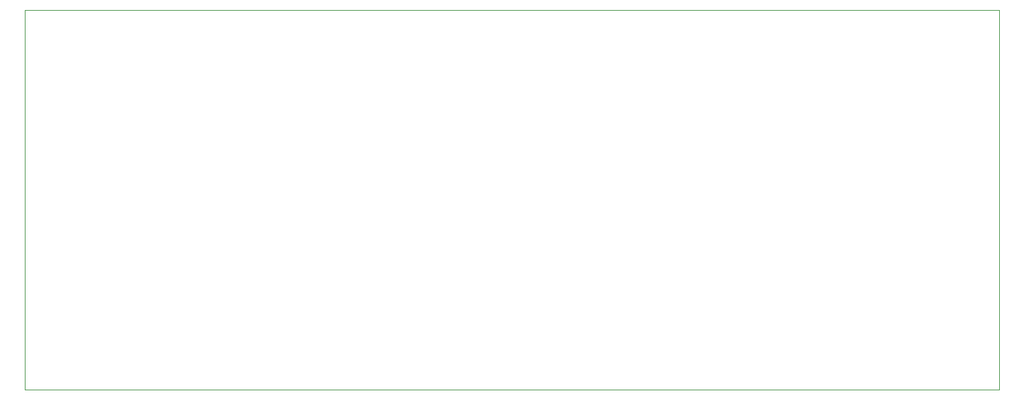
<source format=gbr>
%TF.GenerationSoftware,KiCad,Pcbnew,8.0.6*%
%TF.CreationDate,2024-11-20T23:28:49-08:00*%
%TF.ProjectId,411 Schematic,34313120-5363-4686-956d-617469632e6b,4*%
%TF.SameCoordinates,Original*%
%TF.FileFunction,Profile,NP*%
%FSLAX46Y46*%
G04 Gerber Fmt 4.6, Leading zero omitted, Abs format (unit mm)*
G04 Created by KiCad (PCBNEW 8.0.6) date 2024-11-20 23:28:49*
%MOMM*%
%LPD*%
G01*
G04 APERTURE LIST*
%TA.AperFunction,Profile*%
%ADD10C,0.050000*%
%TD*%
G04 APERTURE END LIST*
D10*
X39500000Y-52000000D02*
X162500000Y-52000000D01*
X162500000Y-100000000D01*
X39500000Y-100000000D01*
X39500000Y-52000000D01*
M02*

</source>
